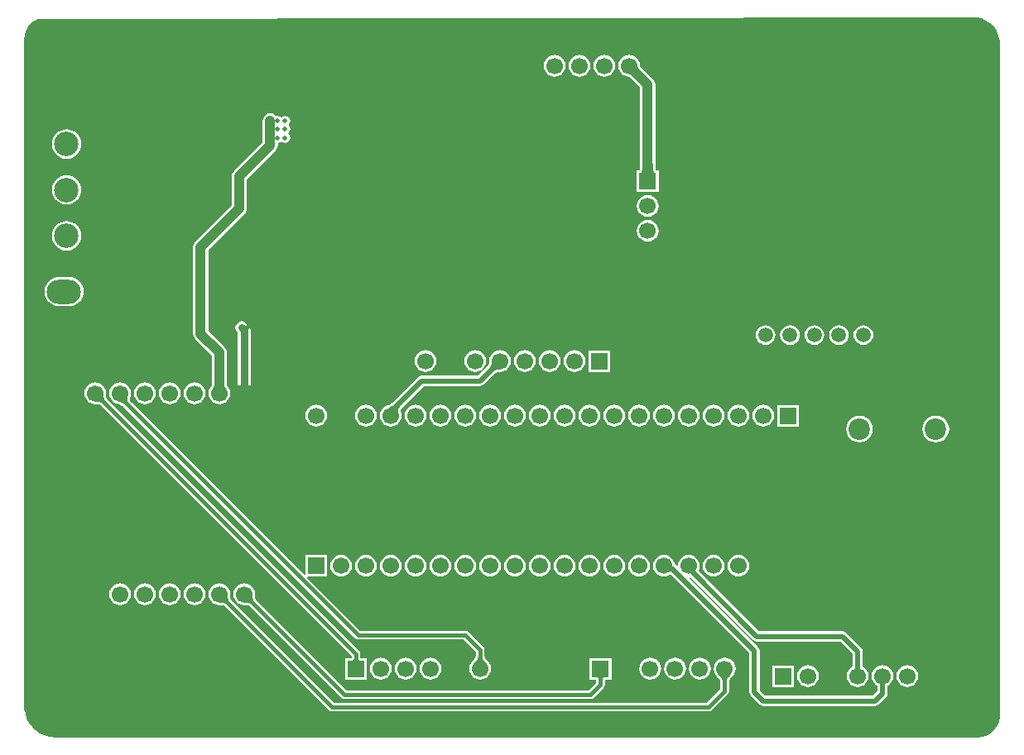
<source format=gbl>
G04*
G04 #@! TF.GenerationSoftware,Altium Limited,Altium Designer,21.7.2 (23)*
G04*
G04 Layer_Physical_Order=2*
G04 Layer_Color=16711680*
%FSLAX25Y25*%
%MOIN*%
G70*
G04*
G04 #@! TF.SameCoordinates,8516E6F5-4896-463E-9EC1-BE868EEF7334*
G04*
G04*
G04 #@! TF.FilePolarity,Positive*
G04*
G01*
G75*
%ADD11C,0.01000*%
%ADD60C,0.03000*%
%ADD61C,0.01500*%
%ADD62C,0.02000*%
%ADD64C,0.04000*%
%ADD75C,0.05906*%
%ADD76R,0.05906X0.05906*%
%ADD77R,0.06693X0.06693*%
%ADD78C,0.06693*%
%ADD79R,0.06693X0.06693*%
%ADD80C,0.09843*%
%ADD81O,0.13780X0.09843*%
%ADD82C,0.08661*%
%ADD83C,0.19685*%
%ADD84C,0.01968*%
%ADD85C,0.02400*%
G36*
X580505Y500501D02*
X582475Y500109D01*
X584332Y499341D01*
X586002Y498224D01*
X587423Y496804D01*
X588540Y495133D01*
X589308Y493276D01*
X589700Y491306D01*
Y490301D01*
Y219207D01*
X589701Y219174D01*
X589703Y219110D01*
X589704Y219046D01*
X589704Y218981D01*
Y218155D01*
X589409Y216595D01*
X588828Y215118D01*
X587982Y213774D01*
X586901Y212611D01*
X585623Y211670D01*
X584191Y210983D01*
X582657Y210575D01*
X581865Y210517D01*
X581865Y210517D01*
X581865Y210517D01*
X581392Y210453D01*
X208500Y210453D01*
X208466D01*
X208400Y210462D01*
X208334Y210479D01*
X208273Y210506D01*
X208244Y210523D01*
X207212Y210590D01*
X205205Y211080D01*
X203313Y211913D01*
X201596Y213064D01*
X200106Y214496D01*
X198889Y216166D01*
X197982Y218023D01*
X197412Y220010D01*
X197305Y221038D01*
X197237Y221067D01*
X197123Y221161D01*
X197041Y221284D01*
X196999Y221426D01*
Y221500D01*
Y492443D01*
Y492501D01*
X197025Y492614D01*
X197077Y492718D01*
X197151Y492808D01*
X197198Y492843D01*
X197198D01*
X197212Y493551D01*
X197512Y494936D01*
X198072Y496238D01*
X198873Y497407D01*
X199883Y498401D01*
X201065Y499182D01*
X202375Y499721D01*
X203765Y499999D01*
X204474Y500001D01*
X204477Y500002D01*
X204483Y500002D01*
X204490Y500002D01*
X204496Y500002D01*
X204499D01*
Y500002D01*
X579391Y500490D01*
X579404Y500492D01*
X579431Y500497D01*
X579459Y500500D01*
X579486Y500501D01*
X579500D01*
X580505Y500501D01*
D02*
G37*
%LPC*%
G36*
X430500Y485384D02*
X429365Y485235D01*
X428308Y484797D01*
X427400Y484100D01*
X426703Y483192D01*
X426265Y482135D01*
X426116Y481000D01*
X426265Y479865D01*
X426703Y478808D01*
X427400Y477900D01*
X428308Y477203D01*
X429365Y476765D01*
X430500Y476616D01*
X431635Y476765D01*
X432692Y477203D01*
X433600Y477900D01*
X434297Y478808D01*
X434735Y479865D01*
X434884Y481000D01*
X434735Y482135D01*
X434297Y483192D01*
X433600Y484100D01*
X432692Y484797D01*
X431635Y485235D01*
X430500Y485384D01*
D02*
G37*
G36*
X420500D02*
X419365Y485235D01*
X418308Y484797D01*
X417400Y484100D01*
X416703Y483192D01*
X416265Y482135D01*
X416116Y481000D01*
X416265Y479865D01*
X416703Y478808D01*
X417400Y477900D01*
X418308Y477203D01*
X419365Y476765D01*
X420500Y476616D01*
X421635Y476765D01*
X422692Y477203D01*
X423600Y477900D01*
X424297Y478808D01*
X424735Y479865D01*
X424884Y481000D01*
X424735Y482135D01*
X424297Y483192D01*
X423600Y484100D01*
X422692Y484797D01*
X421635Y485235D01*
X420500Y485384D01*
D02*
G37*
G36*
X410500D02*
X409365Y485235D01*
X408308Y484797D01*
X407400Y484100D01*
X406703Y483192D01*
X406265Y482135D01*
X406116Y481000D01*
X406265Y479865D01*
X406703Y478808D01*
X407400Y477900D01*
X408308Y477203D01*
X409365Y476765D01*
X410500Y476616D01*
X411635Y476765D01*
X412692Y477203D01*
X413600Y477900D01*
X414297Y478808D01*
X414735Y479865D01*
X414884Y481000D01*
X414735Y482135D01*
X414297Y483192D01*
X413600Y484100D01*
X412692Y484797D01*
X411635Y485235D01*
X410500Y485384D01*
D02*
G37*
G36*
X296000Y461850D02*
X295217Y461747D01*
X294487Y461445D01*
X293860Y460964D01*
X293379Y460337D01*
X293077Y459607D01*
X292974Y458824D01*
Y455500D01*
Y450253D01*
X281360Y438640D01*
X280879Y438013D01*
X280577Y437283D01*
X280474Y436500D01*
Y424753D01*
X265860Y410140D01*
X265380Y409513D01*
X265077Y408783D01*
X264974Y408000D01*
Y373000D01*
X265077Y372217D01*
X265380Y371487D01*
X265860Y370860D01*
X272474Y364247D01*
Y353267D01*
X272452Y352733D01*
X272404Y352274D01*
X272378Y352130D01*
X272358Y352045D01*
X271703Y351192D01*
X271265Y350135D01*
X271116Y349000D01*
X271265Y347865D01*
X271703Y346808D01*
X272400Y345900D01*
X273308Y345203D01*
X274365Y344765D01*
X275500Y344616D01*
X276635Y344765D01*
X277692Y345203D01*
X278600Y345900D01*
X279297Y346808D01*
X279735Y347865D01*
X279884Y349000D01*
X279735Y350135D01*
X279297Y351192D01*
X278642Y352045D01*
X278622Y352130D01*
X278599Y352257D01*
X278526Y353308D01*
Y365500D01*
X278526Y365500D01*
X278423Y366283D01*
X278120Y367013D01*
X277640Y367640D01*
X277640Y367640D01*
X271026Y374253D01*
Y406747D01*
X285640Y421360D01*
X286121Y421987D01*
X286423Y422717D01*
X286526Y423500D01*
Y435247D01*
X298140Y446860D01*
X298621Y447487D01*
X298923Y448217D01*
X299026Y449000D01*
Y449982D01*
X299774Y450131D01*
X300111Y450356D01*
X300500Y450537D01*
X300889Y450356D01*
X301226Y450131D01*
X302000Y449977D01*
X302774Y450131D01*
X303431Y450569D01*
X303869Y451226D01*
X304023Y452000D01*
X303869Y452774D01*
X303431Y453431D01*
X303327Y453500D01*
Y454000D01*
X303431Y454069D01*
X303869Y454726D01*
X304023Y455500D01*
X303869Y456274D01*
X303431Y456931D01*
Y457394D01*
X303869Y458050D01*
X304023Y458824D01*
X303869Y459598D01*
X303431Y460255D01*
X302774Y460693D01*
X302000Y460847D01*
X301226Y460693D01*
X300889Y460468D01*
X300500Y460287D01*
X300111Y460468D01*
X299774Y460693D01*
X299000Y460847D01*
X298331Y460714D01*
X298140Y460964D01*
X297513Y461445D01*
X296783Y461747D01*
X296000Y461850D01*
D02*
G37*
G36*
X214000Y455454D02*
X212839Y455339D01*
X211723Y455001D01*
X210694Y454451D01*
X209793Y453711D01*
X209053Y452810D01*
X208503Y451781D01*
X208164Y450665D01*
X208050Y449504D01*
X208164Y448343D01*
X208503Y447227D01*
X209053Y446198D01*
X209793Y445297D01*
X210694Y444557D01*
X211723Y444007D01*
X212839Y443668D01*
X214000Y443554D01*
X215161Y443668D01*
X216277Y444007D01*
X217306Y444557D01*
X218207Y445297D01*
X218947Y446198D01*
X219497Y447227D01*
X219836Y448343D01*
X219950Y449504D01*
X219836Y450665D01*
X219497Y451781D01*
X218947Y452810D01*
X218207Y453711D01*
X217306Y454451D01*
X216277Y455001D01*
X215161Y455339D01*
X214000Y455454D01*
D02*
G37*
G36*
X440500Y485384D02*
X439365Y485235D01*
X438308Y484797D01*
X437400Y484100D01*
X436703Y483192D01*
X436265Y482135D01*
X436116Y481000D01*
X436265Y479865D01*
X436703Y478808D01*
X437400Y477900D01*
X438308Y477203D01*
X439365Y476765D01*
X440431Y476625D01*
X440506Y476580D01*
X440612Y476506D01*
X441407Y475814D01*
X444974Y472247D01*
Y441683D01*
X444929Y440470D01*
X444870Y439941D01*
X444791Y439499D01*
X444699Y439162D01*
X444608Y438939D01*
X444552Y438849D01*
X444537Y438846D01*
X443653D01*
Y437873D01*
X443646Y437835D01*
X443653Y437796D01*
Y430154D01*
X452347D01*
Y437796D01*
X452354Y437835D01*
X452347Y437873D01*
Y438846D01*
X451463D01*
X451448Y438849D01*
X451392Y438939D01*
X451301Y439162D01*
X451209Y439499D01*
X451132Y439927D01*
X451032Y441126D01*
X451026Y441484D01*
Y473500D01*
X451026Y473500D01*
X450923Y474283D01*
X450621Y475013D01*
X450140Y475640D01*
X445656Y480123D01*
X445295Y480516D01*
X445005Y480874D01*
X444920Y480994D01*
X444875Y481069D01*
X444735Y482135D01*
X444297Y483192D01*
X443600Y484100D01*
X442692Y484797D01*
X441635Y485235D01*
X440500Y485384D01*
D02*
G37*
G36*
X214000Y436950D02*
X212839Y436836D01*
X211723Y436497D01*
X210694Y435947D01*
X209793Y435207D01*
X209053Y434306D01*
X208503Y433277D01*
X208164Y432161D01*
X208050Y431000D01*
X208164Y429839D01*
X208503Y428723D01*
X209053Y427694D01*
X209793Y426793D01*
X210694Y426053D01*
X211723Y425503D01*
X212839Y425164D01*
X214000Y425050D01*
X215161Y425164D01*
X216277Y425503D01*
X217306Y426053D01*
X218207Y426793D01*
X218947Y427694D01*
X219497Y428723D01*
X219836Y429839D01*
X219950Y431000D01*
X219836Y432161D01*
X219497Y433277D01*
X218947Y434306D01*
X218207Y435207D01*
X217306Y435947D01*
X216277Y436497D01*
X215161Y436836D01*
X214000Y436950D01*
D02*
G37*
G36*
X448000Y428884D02*
X446865Y428735D01*
X445808Y428297D01*
X444900Y427600D01*
X444203Y426692D01*
X443765Y425635D01*
X443616Y424500D01*
X443765Y423365D01*
X444203Y422308D01*
X444900Y421400D01*
X445808Y420703D01*
X446865Y420265D01*
X448000Y420116D01*
X449135Y420265D01*
X450192Y420703D01*
X451100Y421400D01*
X451797Y422308D01*
X452235Y423365D01*
X452384Y424500D01*
X452235Y425635D01*
X451797Y426692D01*
X451100Y427600D01*
X450192Y428297D01*
X449135Y428735D01*
X448000Y428884D01*
D02*
G37*
G36*
Y418884D02*
X446865Y418735D01*
X445808Y418297D01*
X444900Y417600D01*
X444203Y416692D01*
X443765Y415635D01*
X443616Y414500D01*
X443765Y413365D01*
X444203Y412308D01*
X444900Y411400D01*
X445808Y410703D01*
X446865Y410265D01*
X448000Y410116D01*
X449135Y410265D01*
X450192Y410703D01*
X451100Y411400D01*
X451797Y412308D01*
X452235Y413365D01*
X452384Y414500D01*
X452235Y415635D01*
X451797Y416692D01*
X451100Y417600D01*
X450192Y418297D01*
X449135Y418735D01*
X448000Y418884D01*
D02*
G37*
G36*
X214000Y418446D02*
X212839Y418332D01*
X211723Y417993D01*
X210694Y417443D01*
X209793Y416703D01*
X209053Y415802D01*
X208503Y414773D01*
X208164Y413657D01*
X208050Y412496D01*
X208164Y411335D01*
X208503Y410219D01*
X209053Y409190D01*
X209793Y408289D01*
X210694Y407549D01*
X211723Y406999D01*
X212839Y406660D01*
X214000Y406546D01*
X215161Y406660D01*
X216277Y406999D01*
X217306Y407549D01*
X218207Y408289D01*
X218947Y409190D01*
X219497Y410219D01*
X219836Y411335D01*
X219950Y412496D01*
X219836Y413657D01*
X219497Y414773D01*
X218947Y415802D01*
X218207Y416703D01*
X217306Y417443D01*
X216277Y417993D01*
X215161Y418332D01*
X214000Y418446D01*
D02*
G37*
G36*
X214968Y395950D02*
X211032D01*
X209871Y395836D01*
X208755Y395497D01*
X207726Y394947D01*
X206824Y394207D01*
X206084Y393306D01*
X205535Y392277D01*
X205196Y391161D01*
X205082Y390000D01*
X205196Y388839D01*
X205535Y387723D01*
X206084Y386694D01*
X206824Y385793D01*
X207726Y385053D01*
X208755Y384503D01*
X209871Y384164D01*
X211032Y384050D01*
X214968D01*
X216129Y384164D01*
X217245Y384503D01*
X218274Y385053D01*
X219176Y385793D01*
X219916Y386694D01*
X220465Y387723D01*
X220804Y388839D01*
X220918Y390000D01*
X220804Y391161D01*
X220465Y392277D01*
X219916Y393306D01*
X219176Y394207D01*
X218274Y394947D01*
X217245Y395497D01*
X216129Y395836D01*
X214968Y395950D01*
D02*
G37*
G36*
X534842Y376487D02*
X533811Y376351D01*
X532849Y375953D01*
X532023Y375319D01*
X531390Y374493D01*
X530992Y373532D01*
X530856Y372500D01*
X530992Y371468D01*
X531390Y370507D01*
X532023Y369681D01*
X532849Y369047D01*
X533811Y368649D01*
X534842Y368513D01*
X535874Y368649D01*
X536836Y369047D01*
X537662Y369681D01*
X538295Y370507D01*
X538694Y371468D01*
X538829Y372500D01*
X538694Y373532D01*
X538295Y374493D01*
X537662Y375319D01*
X536836Y375953D01*
X535874Y376351D01*
X534842Y376487D01*
D02*
G37*
G36*
X525000D02*
X523968Y376351D01*
X523007Y375953D01*
X522181Y375319D01*
X521547Y374493D01*
X521149Y373532D01*
X521013Y372500D01*
X521149Y371468D01*
X521547Y370507D01*
X522181Y369681D01*
X523007Y369047D01*
X523968Y368649D01*
X525000Y368513D01*
X526032Y368649D01*
X526993Y369047D01*
X527819Y369681D01*
X528453Y370507D01*
X528851Y371468D01*
X528987Y372500D01*
X528851Y373532D01*
X528453Y374493D01*
X527819Y375319D01*
X526993Y375953D01*
X526032Y376351D01*
X525000Y376487D01*
D02*
G37*
G36*
X515158D02*
X514126Y376351D01*
X513164Y375953D01*
X512338Y375319D01*
X511705Y374493D01*
X511306Y373532D01*
X511171Y372500D01*
X511306Y371468D01*
X511705Y370507D01*
X512338Y369681D01*
X513164Y369047D01*
X514126Y368649D01*
X515158Y368513D01*
X516189Y368649D01*
X517151Y369047D01*
X517977Y369681D01*
X518610Y370507D01*
X519008Y371468D01*
X519144Y372500D01*
X519008Y373532D01*
X518610Y374493D01*
X517977Y375319D01*
X517151Y375953D01*
X516189Y376351D01*
X515158Y376487D01*
D02*
G37*
G36*
X495472D02*
X494441Y376351D01*
X493479Y375953D01*
X492653Y375319D01*
X492020Y374493D01*
X491621Y373532D01*
X491486Y372500D01*
X491621Y371468D01*
X492020Y370507D01*
X492653Y369681D01*
X493479Y369047D01*
X494441Y368649D01*
X495472Y368513D01*
X496504Y368649D01*
X497466Y369047D01*
X498292Y369681D01*
X498925Y370507D01*
X499323Y371468D01*
X499459Y372500D01*
X499323Y373532D01*
X498925Y374493D01*
X498292Y375319D01*
X497466Y375953D01*
X496504Y376351D01*
X495472Y376487D01*
D02*
G37*
G36*
X505315Y376487D02*
X504283Y376351D01*
X503322Y375953D01*
X502496Y375319D01*
X501862Y374493D01*
X501464Y373532D01*
X501328Y372500D01*
X501464Y371468D01*
X501862Y370507D01*
X502496Y369681D01*
X503322Y369047D01*
X504283Y368649D01*
X505315Y368513D01*
X506347Y368649D01*
X507308Y369047D01*
X508134Y369681D01*
X508768Y370507D01*
X509166Y371468D01*
X509302Y372500D01*
X509166Y373532D01*
X508768Y374493D01*
X508134Y375319D01*
X507308Y375953D01*
X506347Y376351D01*
X505315Y376487D01*
D02*
G37*
G36*
X432846Y366347D02*
X424154D01*
Y357653D01*
X432846D01*
Y366347D01*
D02*
G37*
G36*
X418500Y366384D02*
X417365Y366235D01*
X416308Y365797D01*
X415400Y365100D01*
X414703Y364192D01*
X414265Y363135D01*
X414116Y362000D01*
X414265Y360865D01*
X414703Y359808D01*
X415400Y358900D01*
X416308Y358203D01*
X417365Y357765D01*
X418500Y357616D01*
X419635Y357765D01*
X420692Y358203D01*
X421600Y358900D01*
X422297Y359808D01*
X422735Y360865D01*
X422884Y362000D01*
X422735Y363135D01*
X422297Y364192D01*
X421600Y365100D01*
X420692Y365797D01*
X419635Y366235D01*
X418500Y366384D01*
D02*
G37*
G36*
X408500D02*
X407365Y366235D01*
X406308Y365797D01*
X405400Y365100D01*
X404703Y364192D01*
X404265Y363135D01*
X404116Y362000D01*
X404265Y360865D01*
X404703Y359808D01*
X405400Y358900D01*
X406308Y358203D01*
X407365Y357765D01*
X408500Y357616D01*
X409635Y357765D01*
X410692Y358203D01*
X411600Y358900D01*
X412297Y359808D01*
X412735Y360865D01*
X412884Y362000D01*
X412735Y363135D01*
X412297Y364192D01*
X411600Y365100D01*
X410692Y365797D01*
X409635Y366235D01*
X408500Y366384D01*
D02*
G37*
G36*
X398500D02*
X397365Y366235D01*
X396308Y365797D01*
X395400Y365100D01*
X394703Y364192D01*
X394265Y363135D01*
X394116Y362000D01*
X394265Y360865D01*
X394703Y359808D01*
X395400Y358900D01*
X396308Y358203D01*
X397365Y357765D01*
X398500Y357616D01*
X399635Y357765D01*
X400692Y358203D01*
X401600Y358900D01*
X402297Y359808D01*
X402735Y360865D01*
X402884Y362000D01*
X402735Y363135D01*
X402297Y364192D01*
X401600Y365100D01*
X400692Y365797D01*
X399635Y366235D01*
X398500Y366384D01*
D02*
G37*
G36*
X388500D02*
X387365Y366235D01*
X386308Y365797D01*
X385400Y365100D01*
X384703Y364192D01*
X384265Y363135D01*
X384116Y362000D01*
X384132Y361877D01*
X384128Y361650D01*
X384105Y361364D01*
X384065Y361100D01*
X384011Y360857D01*
X383942Y360633D01*
X383859Y360428D01*
X383764Y360239D01*
X383655Y360064D01*
X383573Y359957D01*
X379655Y356039D01*
X357000D01*
X356220Y355884D01*
X355558Y355442D01*
X345362Y345246D01*
X345290Y345187D01*
X345111Y345057D01*
X344645Y344773D01*
X344418Y344656D01*
X343484Y344266D01*
X343410Y344240D01*
X343365Y344235D01*
X343240Y344183D01*
X343143Y344150D01*
X343099Y344124D01*
X342308Y343797D01*
X341400Y343100D01*
X340703Y342192D01*
X340265Y341135D01*
X340116Y340000D01*
X340265Y338865D01*
X340703Y337808D01*
X341400Y336900D01*
X342308Y336203D01*
X343365Y335765D01*
X344500Y335616D01*
X345635Y335765D01*
X346692Y336203D01*
X347600Y336900D01*
X348297Y337808D01*
X348735Y338865D01*
X348884Y340000D01*
X348735Y341135D01*
X348643Y341356D01*
X348640Y341383D01*
X348561Y341652D01*
X348520Y341858D01*
X348504Y342044D01*
X348508Y342212D01*
X348531Y342366D01*
X348571Y342512D01*
X348631Y342656D01*
X348714Y342802D01*
X348793Y342909D01*
X357845Y351961D01*
X380500D01*
X381280Y352116D01*
X381942Y352558D01*
X386457Y357073D01*
X386564Y357155D01*
X386739Y357263D01*
X386928Y357359D01*
X387133Y357442D01*
X387357Y357510D01*
X387600Y357565D01*
X387864Y357605D01*
X388150Y357628D01*
X388377Y357632D01*
X388500Y357616D01*
X389635Y357765D01*
X390692Y358203D01*
X391600Y358900D01*
X392297Y359808D01*
X392735Y360865D01*
X392884Y362000D01*
X392735Y363135D01*
X392297Y364192D01*
X391600Y365100D01*
X390692Y365797D01*
X389635Y366235D01*
X388500Y366384D01*
D02*
G37*
G36*
X378500D02*
X377365Y366235D01*
X376308Y365797D01*
X375400Y365100D01*
X374703Y364192D01*
X374265Y363135D01*
X374116Y362000D01*
X374265Y360865D01*
X374703Y359808D01*
X375400Y358900D01*
X376308Y358203D01*
X377365Y357765D01*
X378500Y357616D01*
X379635Y357765D01*
X380692Y358203D01*
X381600Y358900D01*
X382297Y359808D01*
X382734Y360865D01*
X382884Y362000D01*
X382734Y363135D01*
X382297Y364192D01*
X381600Y365100D01*
X380692Y365797D01*
X379635Y366235D01*
X378500Y366384D01*
D02*
G37*
G36*
X358500D02*
X357365Y366235D01*
X356308Y365797D01*
X355400Y365100D01*
X354703Y364192D01*
X354265Y363135D01*
X354116Y362000D01*
X354265Y360865D01*
X354703Y359808D01*
X355400Y358900D01*
X356308Y358203D01*
X357365Y357765D01*
X358500Y357616D01*
X359635Y357765D01*
X360692Y358203D01*
X361600Y358900D01*
X362297Y359808D01*
X362735Y360865D01*
X362884Y362000D01*
X362735Y363135D01*
X362297Y364192D01*
X361600Y365100D01*
X360692Y365797D01*
X359635Y366235D01*
X358500Y366384D01*
D02*
G37*
G36*
X284500Y378049D02*
X283524Y377855D01*
X282698Y377302D01*
X282145Y376476D01*
X281951Y375500D01*
X282145Y374524D01*
X282698Y373698D01*
X282956Y373439D01*
Y349005D01*
X283150Y348029D01*
X283703Y347203D01*
X284529Y346650D01*
X285505Y346456D01*
X286480Y346650D01*
X287307Y347203D01*
X287860Y348029D01*
X288054Y349005D01*
Y374495D01*
X287860Y375470D01*
X287307Y376297D01*
X286302Y377302D01*
X285475Y377855D01*
X284500Y378049D01*
D02*
G37*
G36*
X265500Y353384D02*
X264365Y353235D01*
X263308Y352797D01*
X262400Y352100D01*
X261703Y351192D01*
X261265Y350135D01*
X261116Y349000D01*
X261265Y347865D01*
X261703Y346808D01*
X262400Y345900D01*
X263308Y345203D01*
X264365Y344765D01*
X265500Y344616D01*
X266635Y344765D01*
X267692Y345203D01*
X268600Y345900D01*
X269297Y346808D01*
X269735Y347865D01*
X269884Y349000D01*
X269735Y350135D01*
X269297Y351192D01*
X268600Y352100D01*
X267692Y352797D01*
X266635Y353235D01*
X265500Y353384D01*
D02*
G37*
G36*
X255500D02*
X254365Y353235D01*
X253308Y352797D01*
X252400Y352100D01*
X251703Y351192D01*
X251265Y350135D01*
X251116Y349000D01*
X251265Y347865D01*
X251703Y346808D01*
X252400Y345900D01*
X253308Y345203D01*
X254365Y344765D01*
X255500Y344616D01*
X256635Y344765D01*
X257692Y345203D01*
X258600Y345900D01*
X259297Y346808D01*
X259735Y347865D01*
X259884Y349000D01*
X259735Y350135D01*
X259297Y351192D01*
X258600Y352100D01*
X257692Y352797D01*
X256635Y353235D01*
X255500Y353384D01*
D02*
G37*
G36*
X245500D02*
X244365Y353235D01*
X243308Y352797D01*
X242400Y352100D01*
X241703Y351192D01*
X241265Y350135D01*
X241116Y349000D01*
X241265Y347865D01*
X241703Y346808D01*
X242400Y345900D01*
X243308Y345203D01*
X244365Y344765D01*
X245500Y344616D01*
X246635Y344765D01*
X247692Y345203D01*
X248600Y345900D01*
X249297Y346808D01*
X249735Y347865D01*
X249884Y349000D01*
X249735Y350135D01*
X249297Y351192D01*
X248600Y352100D01*
X247692Y352797D01*
X246635Y353235D01*
X245500Y353384D01*
D02*
G37*
G36*
X508846Y344346D02*
X500153D01*
Y335653D01*
X508846D01*
Y344346D01*
D02*
G37*
G36*
X314500Y344384D02*
X313365Y344235D01*
X312308Y343797D01*
X311400Y343100D01*
X310703Y342192D01*
X310265Y341135D01*
X310116Y340000D01*
X310265Y338865D01*
X310703Y337808D01*
X311400Y336900D01*
X312308Y336203D01*
X313365Y335765D01*
X314500Y335616D01*
X315635Y335765D01*
X316692Y336203D01*
X317600Y336900D01*
X318297Y337808D01*
X318735Y338865D01*
X318884Y340000D01*
X318735Y341135D01*
X318297Y342192D01*
X317600Y343100D01*
X316692Y343797D01*
X315635Y344235D01*
X314500Y344384D01*
D02*
G37*
G36*
X494500Y344384D02*
X493365Y344235D01*
X492308Y343797D01*
X491400Y343100D01*
X490703Y342192D01*
X490265Y341135D01*
X490116Y340000D01*
X490265Y338865D01*
X490703Y337808D01*
X491400Y336900D01*
X492308Y336203D01*
X493365Y335765D01*
X494500Y335616D01*
X495635Y335765D01*
X496692Y336203D01*
X497600Y336900D01*
X498297Y337808D01*
X498735Y338865D01*
X498884Y340000D01*
X498735Y341135D01*
X498297Y342192D01*
X497600Y343100D01*
X496692Y343797D01*
X495635Y344235D01*
X494500Y344384D01*
D02*
G37*
G36*
X484500D02*
X483365Y344235D01*
X482308Y343797D01*
X481400Y343100D01*
X480703Y342192D01*
X480265Y341135D01*
X480116Y340000D01*
X480265Y338865D01*
X480703Y337808D01*
X481400Y336900D01*
X482308Y336203D01*
X483365Y335765D01*
X484500Y335616D01*
X485635Y335765D01*
X486692Y336203D01*
X487600Y336900D01*
X488297Y337808D01*
X488735Y338865D01*
X488884Y340000D01*
X488735Y341135D01*
X488297Y342192D01*
X487600Y343100D01*
X486692Y343797D01*
X485635Y344235D01*
X484500Y344384D01*
D02*
G37*
G36*
X474500D02*
X473365Y344235D01*
X472308Y343797D01*
X471400Y343100D01*
X470703Y342192D01*
X470265Y341135D01*
X470116Y340000D01*
X470265Y338865D01*
X470703Y337808D01*
X471400Y336900D01*
X472308Y336203D01*
X473365Y335765D01*
X474500Y335616D01*
X475635Y335765D01*
X476692Y336203D01*
X477600Y336900D01*
X478297Y337808D01*
X478735Y338865D01*
X478884Y340000D01*
X478735Y341135D01*
X478297Y342192D01*
X477600Y343100D01*
X476692Y343797D01*
X475635Y344235D01*
X474500Y344384D01*
D02*
G37*
G36*
X464500D02*
X463365Y344235D01*
X462308Y343797D01*
X461400Y343100D01*
X460703Y342192D01*
X460265Y341135D01*
X460116Y340000D01*
X460265Y338865D01*
X460703Y337808D01*
X461400Y336900D01*
X462308Y336203D01*
X463365Y335765D01*
X464500Y335616D01*
X465635Y335765D01*
X466692Y336203D01*
X467600Y336900D01*
X468297Y337808D01*
X468735Y338865D01*
X468884Y340000D01*
X468735Y341135D01*
X468297Y342192D01*
X467600Y343100D01*
X466692Y343797D01*
X465635Y344235D01*
X464500Y344384D01*
D02*
G37*
G36*
X454500D02*
X453365Y344235D01*
X452308Y343797D01*
X451400Y343100D01*
X450703Y342192D01*
X450265Y341135D01*
X450116Y340000D01*
X450265Y338865D01*
X450703Y337808D01*
X451400Y336900D01*
X452308Y336203D01*
X453365Y335765D01*
X454500Y335616D01*
X455635Y335765D01*
X456692Y336203D01*
X457600Y336900D01*
X458297Y337808D01*
X458735Y338865D01*
X458884Y340000D01*
X458735Y341135D01*
X458297Y342192D01*
X457600Y343100D01*
X456692Y343797D01*
X455635Y344235D01*
X454500Y344384D01*
D02*
G37*
G36*
X444500D02*
X443365Y344235D01*
X442308Y343797D01*
X441400Y343100D01*
X440703Y342192D01*
X440265Y341135D01*
X440116Y340000D01*
X440265Y338865D01*
X440703Y337808D01*
X441400Y336900D01*
X442308Y336203D01*
X443365Y335765D01*
X444500Y335616D01*
X445635Y335765D01*
X446692Y336203D01*
X447600Y336900D01*
X448297Y337808D01*
X448735Y338865D01*
X448884Y340000D01*
X448735Y341135D01*
X448297Y342192D01*
X447600Y343100D01*
X446692Y343797D01*
X445635Y344235D01*
X444500Y344384D01*
D02*
G37*
G36*
X434500D02*
X433365Y344235D01*
X432308Y343797D01*
X431400Y343100D01*
X430703Y342192D01*
X430265Y341135D01*
X430116Y340000D01*
X430265Y338865D01*
X430703Y337808D01*
X431400Y336900D01*
X432308Y336203D01*
X433365Y335765D01*
X434500Y335616D01*
X435635Y335765D01*
X436692Y336203D01*
X437600Y336900D01*
X438297Y337808D01*
X438735Y338865D01*
X438884Y340000D01*
X438735Y341135D01*
X438297Y342192D01*
X437600Y343100D01*
X436692Y343797D01*
X435635Y344235D01*
X434500Y344384D01*
D02*
G37*
G36*
X424500D02*
X423365Y344235D01*
X422308Y343797D01*
X421400Y343100D01*
X420703Y342192D01*
X420265Y341135D01*
X420116Y340000D01*
X420265Y338865D01*
X420703Y337808D01*
X421400Y336900D01*
X422308Y336203D01*
X423365Y335765D01*
X424500Y335616D01*
X425635Y335765D01*
X426692Y336203D01*
X427600Y336900D01*
X428297Y337808D01*
X428735Y338865D01*
X428884Y340000D01*
X428735Y341135D01*
X428297Y342192D01*
X427600Y343100D01*
X426692Y343797D01*
X425635Y344235D01*
X424500Y344384D01*
D02*
G37*
G36*
X414500D02*
X413365Y344235D01*
X412308Y343797D01*
X411400Y343100D01*
X410703Y342192D01*
X410265Y341135D01*
X410116Y340000D01*
X410265Y338865D01*
X410703Y337808D01*
X411400Y336900D01*
X412308Y336203D01*
X413365Y335765D01*
X414500Y335616D01*
X415635Y335765D01*
X416692Y336203D01*
X417600Y336900D01*
X418297Y337808D01*
X418735Y338865D01*
X418884Y340000D01*
X418735Y341135D01*
X418297Y342192D01*
X417600Y343100D01*
X416692Y343797D01*
X415635Y344235D01*
X414500Y344384D01*
D02*
G37*
G36*
X404500D02*
X403365Y344235D01*
X402308Y343797D01*
X401400Y343100D01*
X400703Y342192D01*
X400265Y341135D01*
X400116Y340000D01*
X400265Y338865D01*
X400703Y337808D01*
X401400Y336900D01*
X402308Y336203D01*
X403365Y335765D01*
X404500Y335616D01*
X405635Y335765D01*
X406692Y336203D01*
X407600Y336900D01*
X408297Y337808D01*
X408735Y338865D01*
X408884Y340000D01*
X408735Y341135D01*
X408297Y342192D01*
X407600Y343100D01*
X406692Y343797D01*
X405635Y344235D01*
X404500Y344384D01*
D02*
G37*
G36*
X394500D02*
X393365Y344235D01*
X392308Y343797D01*
X391400Y343100D01*
X390703Y342192D01*
X390265Y341135D01*
X390116Y340000D01*
X390265Y338865D01*
X390703Y337808D01*
X391400Y336900D01*
X392308Y336203D01*
X393365Y335765D01*
X394500Y335616D01*
X395635Y335765D01*
X396692Y336203D01*
X397600Y336900D01*
X398297Y337808D01*
X398735Y338865D01*
X398884Y340000D01*
X398735Y341135D01*
X398297Y342192D01*
X397600Y343100D01*
X396692Y343797D01*
X395635Y344235D01*
X394500Y344384D01*
D02*
G37*
G36*
X384500D02*
X383365Y344235D01*
X382308Y343797D01*
X381400Y343100D01*
X380703Y342192D01*
X380265Y341135D01*
X380116Y340000D01*
X380265Y338865D01*
X380703Y337808D01*
X381400Y336900D01*
X382308Y336203D01*
X383365Y335765D01*
X384500Y335616D01*
X385635Y335765D01*
X386692Y336203D01*
X387600Y336900D01*
X388297Y337808D01*
X388735Y338865D01*
X388884Y340000D01*
X388735Y341135D01*
X388297Y342192D01*
X387600Y343100D01*
X386692Y343797D01*
X385635Y344235D01*
X384500Y344384D01*
D02*
G37*
G36*
X374500D02*
X373365Y344235D01*
X372308Y343797D01*
X371400Y343100D01*
X370703Y342192D01*
X370265Y341135D01*
X370116Y340000D01*
X370265Y338865D01*
X370703Y337808D01*
X371400Y336900D01*
X372308Y336203D01*
X373365Y335765D01*
X374500Y335616D01*
X375635Y335765D01*
X376692Y336203D01*
X377600Y336900D01*
X378297Y337808D01*
X378735Y338865D01*
X378884Y340000D01*
X378735Y341135D01*
X378297Y342192D01*
X377600Y343100D01*
X376692Y343797D01*
X375635Y344235D01*
X374500Y344384D01*
D02*
G37*
G36*
X364500D02*
X363365Y344235D01*
X362308Y343797D01*
X361400Y343100D01*
X360703Y342192D01*
X360265Y341135D01*
X360116Y340000D01*
X360265Y338865D01*
X360703Y337808D01*
X361400Y336900D01*
X362308Y336203D01*
X363365Y335765D01*
X364500Y335616D01*
X365635Y335765D01*
X366692Y336203D01*
X367600Y336900D01*
X368297Y337808D01*
X368735Y338865D01*
X368884Y340000D01*
X368735Y341135D01*
X368297Y342192D01*
X367600Y343100D01*
X366692Y343797D01*
X365635Y344235D01*
X364500Y344384D01*
D02*
G37*
G36*
X354500D02*
X353365Y344235D01*
X352308Y343797D01*
X351400Y343100D01*
X350703Y342192D01*
X350265Y341135D01*
X350116Y340000D01*
X350265Y338865D01*
X350703Y337808D01*
X351400Y336900D01*
X352308Y336203D01*
X353365Y335765D01*
X354500Y335616D01*
X355635Y335765D01*
X356692Y336203D01*
X357600Y336900D01*
X358297Y337808D01*
X358735Y338865D01*
X358884Y340000D01*
X358735Y341135D01*
X358297Y342192D01*
X357600Y343100D01*
X356692Y343797D01*
X355635Y344235D01*
X354500Y344384D01*
D02*
G37*
G36*
X334500D02*
X333365Y344235D01*
X332308Y343797D01*
X331400Y343100D01*
X330703Y342192D01*
X330265Y341135D01*
X330116Y340000D01*
X330265Y338865D01*
X330703Y337808D01*
X331400Y336900D01*
X332308Y336203D01*
X333365Y335765D01*
X334500Y335616D01*
X335635Y335765D01*
X336692Y336203D01*
X337600Y336900D01*
X338297Y337808D01*
X338735Y338865D01*
X338884Y340000D01*
X338735Y341135D01*
X338297Y342192D01*
X337600Y343100D01*
X336692Y343797D01*
X335635Y344235D01*
X334500Y344384D01*
D02*
G37*
G36*
X564000Y339977D02*
X562608Y339793D01*
X561312Y339256D01*
X560198Y338402D01*
X559344Y337288D01*
X558807Y335992D01*
X558623Y334600D01*
X558807Y333208D01*
X559344Y331912D01*
X560198Y330798D01*
X561312Y329944D01*
X562608Y329406D01*
X564000Y329223D01*
X565392Y329406D01*
X566688Y329944D01*
X567802Y330798D01*
X568656Y331912D01*
X569194Y333208D01*
X569377Y334600D01*
X569194Y335992D01*
X568656Y337288D01*
X567802Y338402D01*
X566688Y339256D01*
X565392Y339793D01*
X564000Y339977D01*
D02*
G37*
G36*
X533291D02*
X531900Y339793D01*
X530603Y339256D01*
X529490Y338402D01*
X528635Y337288D01*
X528098Y335992D01*
X527915Y334600D01*
X528098Y333208D01*
X528635Y331912D01*
X529490Y330798D01*
X530603Y329944D01*
X531900Y329406D01*
X533291Y329223D01*
X534683Y329406D01*
X535980Y329944D01*
X537093Y330798D01*
X537948Y331912D01*
X538485Y333208D01*
X538668Y334600D01*
X538485Y335992D01*
X537948Y337288D01*
X537093Y338402D01*
X535980Y339256D01*
X534683Y339793D01*
X533291Y339977D01*
D02*
G37*
G36*
X484500Y283884D02*
X483365Y283735D01*
X482308Y283297D01*
X481400Y282600D01*
X480703Y281692D01*
X480265Y280635D01*
X480116Y279500D01*
X480265Y278365D01*
X480703Y277308D01*
X481400Y276400D01*
X482308Y275703D01*
X483365Y275265D01*
X484500Y275116D01*
X485635Y275265D01*
X486692Y275703D01*
X487600Y276400D01*
X488297Y277308D01*
X488735Y278365D01*
X488884Y279500D01*
X488735Y280635D01*
X488297Y281692D01*
X487600Y282600D01*
X486692Y283297D01*
X485635Y283735D01*
X484500Y283884D01*
D02*
G37*
G36*
X474500D02*
X473365Y283735D01*
X472308Y283297D01*
X471400Y282600D01*
X470703Y281692D01*
X470265Y280635D01*
X470116Y279500D01*
X470265Y278365D01*
X470703Y277308D01*
X471400Y276400D01*
X472308Y275703D01*
X473365Y275265D01*
X474500Y275116D01*
X475635Y275265D01*
X476692Y275703D01*
X477600Y276400D01*
X478297Y277308D01*
X478735Y278365D01*
X478884Y279500D01*
X478735Y280635D01*
X478297Y281692D01*
X477600Y282600D01*
X476692Y283297D01*
X475635Y283735D01*
X474500Y283884D01*
D02*
G37*
G36*
X444500D02*
X443365Y283735D01*
X442308Y283297D01*
X441400Y282600D01*
X440703Y281692D01*
X440265Y280635D01*
X440116Y279500D01*
X440265Y278365D01*
X440703Y277308D01*
X441400Y276400D01*
X442308Y275703D01*
X443365Y275265D01*
X444500Y275116D01*
X445635Y275265D01*
X446692Y275703D01*
X447600Y276400D01*
X448297Y277308D01*
X448735Y278365D01*
X448884Y279500D01*
X448735Y280635D01*
X448297Y281692D01*
X447600Y282600D01*
X446692Y283297D01*
X445635Y283735D01*
X444500Y283884D01*
D02*
G37*
G36*
X434500D02*
X433365Y283735D01*
X432308Y283297D01*
X431400Y282600D01*
X430703Y281692D01*
X430265Y280635D01*
X430116Y279500D01*
X430265Y278365D01*
X430703Y277308D01*
X431400Y276400D01*
X432308Y275703D01*
X433365Y275265D01*
X434500Y275116D01*
X435635Y275265D01*
X436692Y275703D01*
X437600Y276400D01*
X438297Y277308D01*
X438735Y278365D01*
X438884Y279500D01*
X438735Y280635D01*
X438297Y281692D01*
X437600Y282600D01*
X436692Y283297D01*
X435635Y283735D01*
X434500Y283884D01*
D02*
G37*
G36*
X424500D02*
X423365Y283735D01*
X422308Y283297D01*
X421400Y282600D01*
X420703Y281692D01*
X420265Y280635D01*
X420116Y279500D01*
X420265Y278365D01*
X420703Y277308D01*
X421400Y276400D01*
X422308Y275703D01*
X423365Y275265D01*
X424500Y275116D01*
X425635Y275265D01*
X426692Y275703D01*
X427600Y276400D01*
X428297Y277308D01*
X428735Y278365D01*
X428884Y279500D01*
X428735Y280635D01*
X428297Y281692D01*
X427600Y282600D01*
X426692Y283297D01*
X425635Y283735D01*
X424500Y283884D01*
D02*
G37*
G36*
X414500D02*
X413365Y283735D01*
X412308Y283297D01*
X411400Y282600D01*
X410703Y281692D01*
X410265Y280635D01*
X410116Y279500D01*
X410265Y278365D01*
X410703Y277308D01*
X411400Y276400D01*
X412308Y275703D01*
X413365Y275265D01*
X414500Y275116D01*
X415635Y275265D01*
X416692Y275703D01*
X417600Y276400D01*
X418297Y277308D01*
X418735Y278365D01*
X418884Y279500D01*
X418735Y280635D01*
X418297Y281692D01*
X417600Y282600D01*
X416692Y283297D01*
X415635Y283735D01*
X414500Y283884D01*
D02*
G37*
G36*
X404500D02*
X403365Y283735D01*
X402308Y283297D01*
X401400Y282600D01*
X400703Y281692D01*
X400265Y280635D01*
X400116Y279500D01*
X400265Y278365D01*
X400703Y277308D01*
X401400Y276400D01*
X402308Y275703D01*
X403365Y275265D01*
X404500Y275116D01*
X405635Y275265D01*
X406692Y275703D01*
X407600Y276400D01*
X408297Y277308D01*
X408735Y278365D01*
X408884Y279500D01*
X408735Y280635D01*
X408297Y281692D01*
X407600Y282600D01*
X406692Y283297D01*
X405635Y283735D01*
X404500Y283884D01*
D02*
G37*
G36*
X394500D02*
X393365Y283735D01*
X392308Y283297D01*
X391400Y282600D01*
X390703Y281692D01*
X390265Y280635D01*
X390116Y279500D01*
X390265Y278365D01*
X390703Y277308D01*
X391400Y276400D01*
X392308Y275703D01*
X393365Y275265D01*
X394500Y275116D01*
X395635Y275265D01*
X396692Y275703D01*
X397600Y276400D01*
X398297Y277308D01*
X398735Y278365D01*
X398884Y279500D01*
X398735Y280635D01*
X398297Y281692D01*
X397600Y282600D01*
X396692Y283297D01*
X395635Y283735D01*
X394500Y283884D01*
D02*
G37*
G36*
X384500D02*
X383365Y283735D01*
X382308Y283297D01*
X381400Y282600D01*
X380703Y281692D01*
X380265Y280635D01*
X380116Y279500D01*
X380265Y278365D01*
X380703Y277308D01*
X381400Y276400D01*
X382308Y275703D01*
X383365Y275265D01*
X384500Y275116D01*
X385635Y275265D01*
X386692Y275703D01*
X387600Y276400D01*
X388297Y277308D01*
X388735Y278365D01*
X388884Y279500D01*
X388735Y280635D01*
X388297Y281692D01*
X387600Y282600D01*
X386692Y283297D01*
X385635Y283735D01*
X384500Y283884D01*
D02*
G37*
G36*
X374500D02*
X373365Y283735D01*
X372308Y283297D01*
X371400Y282600D01*
X370703Y281692D01*
X370265Y280635D01*
X370116Y279500D01*
X370265Y278365D01*
X370703Y277308D01*
X371400Y276400D01*
X372308Y275703D01*
X373365Y275265D01*
X374500Y275116D01*
X375635Y275265D01*
X376692Y275703D01*
X377600Y276400D01*
X378297Y277308D01*
X378735Y278365D01*
X378884Y279500D01*
X378735Y280635D01*
X378297Y281692D01*
X377600Y282600D01*
X376692Y283297D01*
X375635Y283735D01*
X374500Y283884D01*
D02*
G37*
G36*
X364500D02*
X363365Y283735D01*
X362308Y283297D01*
X361400Y282600D01*
X360703Y281692D01*
X360265Y280635D01*
X360116Y279500D01*
X360265Y278365D01*
X360703Y277308D01*
X361400Y276400D01*
X362308Y275703D01*
X363365Y275265D01*
X364500Y275116D01*
X365635Y275265D01*
X366692Y275703D01*
X367600Y276400D01*
X368297Y277308D01*
X368735Y278365D01*
X368884Y279500D01*
X368735Y280635D01*
X368297Y281692D01*
X367600Y282600D01*
X366692Y283297D01*
X365635Y283735D01*
X364500Y283884D01*
D02*
G37*
G36*
X354500D02*
X353365Y283735D01*
X352308Y283297D01*
X351400Y282600D01*
X350703Y281692D01*
X350265Y280635D01*
X350116Y279500D01*
X350265Y278365D01*
X350703Y277308D01*
X351400Y276400D01*
X352308Y275703D01*
X353365Y275265D01*
X354500Y275116D01*
X355635Y275265D01*
X356692Y275703D01*
X357600Y276400D01*
X358297Y277308D01*
X358735Y278365D01*
X358884Y279500D01*
X358735Y280635D01*
X358297Y281692D01*
X357600Y282600D01*
X356692Y283297D01*
X355635Y283735D01*
X354500Y283884D01*
D02*
G37*
G36*
X344500D02*
X343365Y283735D01*
X342308Y283297D01*
X341400Y282600D01*
X340703Y281692D01*
X340265Y280635D01*
X340116Y279500D01*
X340265Y278365D01*
X340703Y277308D01*
X341400Y276400D01*
X342308Y275703D01*
X343365Y275265D01*
X344500Y275116D01*
X345635Y275265D01*
X346692Y275703D01*
X347600Y276400D01*
X348297Y277308D01*
X348735Y278365D01*
X348884Y279500D01*
X348735Y280635D01*
X348297Y281692D01*
X347600Y282600D01*
X346692Y283297D01*
X345635Y283735D01*
X344500Y283884D01*
D02*
G37*
G36*
X334500D02*
X333365Y283735D01*
X332308Y283297D01*
X331400Y282600D01*
X330703Y281692D01*
X330265Y280635D01*
X330116Y279500D01*
X330265Y278365D01*
X330703Y277308D01*
X331400Y276400D01*
X332308Y275703D01*
X333365Y275265D01*
X334500Y275116D01*
X335635Y275265D01*
X336692Y275703D01*
X337600Y276400D01*
X338297Y277308D01*
X338735Y278365D01*
X338884Y279500D01*
X338735Y280635D01*
X338297Y281692D01*
X337600Y282600D01*
X336692Y283297D01*
X335635Y283735D01*
X334500Y283884D01*
D02*
G37*
G36*
X324500D02*
X323365Y283735D01*
X322308Y283297D01*
X321400Y282600D01*
X320703Y281692D01*
X320265Y280635D01*
X320116Y279500D01*
X320265Y278365D01*
X320703Y277308D01*
X321400Y276400D01*
X322308Y275703D01*
X323365Y275265D01*
X324500Y275116D01*
X325635Y275265D01*
X326692Y275703D01*
X327600Y276400D01*
X328297Y277308D01*
X328735Y278365D01*
X328884Y279500D01*
X328735Y280635D01*
X328297Y281692D01*
X327600Y282600D01*
X326692Y283297D01*
X325635Y283735D01*
X324500Y283884D01*
D02*
G37*
G36*
X265500Y272384D02*
X264365Y272235D01*
X263308Y271797D01*
X262400Y271100D01*
X261703Y270192D01*
X261265Y269135D01*
X261116Y268000D01*
X261265Y266865D01*
X261703Y265808D01*
X262400Y264900D01*
X263308Y264203D01*
X264365Y263765D01*
X265500Y263616D01*
X266635Y263765D01*
X267692Y264203D01*
X268600Y264900D01*
X269297Y265808D01*
X269735Y266865D01*
X269884Y268000D01*
X269735Y269135D01*
X269297Y270192D01*
X268600Y271100D01*
X267692Y271797D01*
X266635Y272235D01*
X265500Y272384D01*
D02*
G37*
G36*
X255500D02*
X254365Y272235D01*
X253308Y271797D01*
X252400Y271100D01*
X251703Y270192D01*
X251265Y269135D01*
X251116Y268000D01*
X251265Y266865D01*
X251703Y265808D01*
X252400Y264900D01*
X253308Y264203D01*
X254365Y263765D01*
X255500Y263616D01*
X256635Y263765D01*
X257692Y264203D01*
X258600Y264900D01*
X259297Y265808D01*
X259735Y266865D01*
X259884Y268000D01*
X259735Y269135D01*
X259297Y270192D01*
X258600Y271100D01*
X257692Y271797D01*
X256635Y272235D01*
X255500Y272384D01*
D02*
G37*
G36*
X245500D02*
X244365Y272235D01*
X243308Y271797D01*
X242400Y271100D01*
X241703Y270192D01*
X241265Y269135D01*
X241116Y268000D01*
X241265Y266865D01*
X241703Y265808D01*
X242400Y264900D01*
X243308Y264203D01*
X244365Y263765D01*
X245500Y263616D01*
X246635Y263765D01*
X247692Y264203D01*
X248600Y264900D01*
X249297Y265808D01*
X249735Y266865D01*
X249884Y268000D01*
X249735Y269135D01*
X249297Y270192D01*
X248600Y271100D01*
X247692Y271797D01*
X246635Y272235D01*
X245500Y272384D01*
D02*
G37*
G36*
X235500D02*
X234365Y272235D01*
X233308Y271797D01*
X232400Y271100D01*
X231703Y270192D01*
X231265Y269135D01*
X231116Y268000D01*
X231265Y266865D01*
X231703Y265808D01*
X232400Y264900D01*
X233308Y264203D01*
X234365Y263765D01*
X235500Y263616D01*
X236635Y263765D01*
X237692Y264203D01*
X238600Y264900D01*
X239297Y265808D01*
X239735Y266865D01*
X239884Y268000D01*
X239735Y269135D01*
X239297Y270192D01*
X238600Y271100D01*
X237692Y271797D01*
X236635Y272235D01*
X235500Y272384D01*
D02*
G37*
G36*
X225500Y353384D02*
X224365Y353235D01*
X223308Y352797D01*
X222400Y352100D01*
X221703Y351192D01*
X221265Y350135D01*
X221116Y349000D01*
X221265Y347865D01*
X221703Y346808D01*
X222400Y345900D01*
X223308Y345203D01*
X224365Y344765D01*
X225500Y344616D01*
X225628Y344633D01*
X225930Y344629D01*
X226286Y344608D01*
X226609Y344572D01*
X226899Y344521D01*
X227156Y344457D01*
X227379Y344383D01*
X227570Y344301D01*
X227730Y344212D01*
X227844Y344133D01*
X274238Y297738D01*
X274238Y297738D01*
X328716Y243261D01*
Y242510D01*
X328708Y242418D01*
X328696Y242347D01*
X326153D01*
Y233653D01*
X334846D01*
Y242347D01*
X332304D01*
X332292Y242418D01*
X332284Y242510D01*
Y244000D01*
X332149Y244683D01*
X331762Y245262D01*
X276762Y300262D01*
X276762Y300262D01*
X230367Y346656D01*
X230288Y346769D01*
X230199Y346930D01*
X230117Y347121D01*
X230043Y347344D01*
X229979Y347601D01*
X229931Y347877D01*
X229870Y348583D01*
X229867Y348872D01*
X229884Y349000D01*
X229735Y350135D01*
X229297Y351192D01*
X228600Y352100D01*
X227692Y352797D01*
X226635Y353235D01*
X225500Y353384D01*
D02*
G37*
G36*
X469000Y242384D02*
X467865Y242235D01*
X466808Y241797D01*
X465900Y241100D01*
X465203Y240192D01*
X464765Y239135D01*
X464616Y238000D01*
X464765Y236865D01*
X465203Y235808D01*
X465900Y234900D01*
X466808Y234203D01*
X467865Y233765D01*
X469000Y233616D01*
X470135Y233765D01*
X471192Y234203D01*
X472100Y234900D01*
X472797Y235808D01*
X473235Y236865D01*
X473384Y238000D01*
X473235Y239135D01*
X472797Y240192D01*
X472100Y241100D01*
X471192Y241797D01*
X470135Y242235D01*
X469000Y242384D01*
D02*
G37*
G36*
X459000D02*
X457865Y242235D01*
X456808Y241797D01*
X455900Y241100D01*
X455203Y240192D01*
X454765Y239135D01*
X454616Y238000D01*
X454765Y236865D01*
X455203Y235808D01*
X455900Y234900D01*
X456808Y234203D01*
X457865Y233765D01*
X459000Y233616D01*
X460135Y233765D01*
X461192Y234203D01*
X462100Y234900D01*
X462797Y235808D01*
X463235Y236865D01*
X463384Y238000D01*
X463235Y239135D01*
X462797Y240192D01*
X462100Y241100D01*
X461192Y241797D01*
X460135Y242235D01*
X459000Y242384D01*
D02*
G37*
G36*
X449000D02*
X447865Y242235D01*
X446808Y241797D01*
X445900Y241100D01*
X445203Y240192D01*
X444765Y239135D01*
X444616Y238000D01*
X444765Y236865D01*
X445203Y235808D01*
X445900Y234900D01*
X446808Y234203D01*
X447865Y233765D01*
X449000Y233616D01*
X450135Y233765D01*
X451192Y234203D01*
X452100Y234900D01*
X452797Y235808D01*
X453235Y236865D01*
X453384Y238000D01*
X453235Y239135D01*
X452797Y240192D01*
X452100Y241100D01*
X451192Y241797D01*
X450135Y242235D01*
X449000Y242384D01*
D02*
G37*
G36*
X235500Y353384D02*
X234365Y353235D01*
X233308Y352797D01*
X232400Y352100D01*
X231703Y351192D01*
X231265Y350135D01*
X231116Y349000D01*
X231265Y347865D01*
X231703Y346808D01*
X232400Y345900D01*
X233308Y345203D01*
X234095Y344878D01*
X234139Y344852D01*
X234247Y344814D01*
X234365Y344765D01*
X234404Y344760D01*
X235024Y344547D01*
X235740Y344261D01*
X236310Y343989D01*
X236519Y343872D01*
X236693Y343760D01*
X236783Y343693D01*
X330238Y250238D01*
X330238Y250238D01*
X330817Y249851D01*
X331500Y249716D01*
X331500Y249716D01*
X373761D01*
X378716Y244761D01*
Y243099D01*
X378692Y242963D01*
X378641Y242787D01*
X378564Y242593D01*
X378458Y242383D01*
X378322Y242157D01*
X378161Y241927D01*
X377704Y241385D01*
X377503Y241179D01*
X377400Y241100D01*
X376703Y240192D01*
X376265Y239135D01*
X376116Y238000D01*
X376265Y236865D01*
X376703Y235808D01*
X377400Y234900D01*
X378308Y234203D01*
X379365Y233765D01*
X380500Y233616D01*
X381635Y233765D01*
X382692Y234203D01*
X383600Y234900D01*
X384297Y235808D01*
X384735Y236865D01*
X384884Y238000D01*
X384735Y239135D01*
X384297Y240192D01*
X383600Y241100D01*
X383497Y241179D01*
X383286Y241395D01*
X383050Y241661D01*
X382847Y241915D01*
X382678Y242156D01*
X382542Y242383D01*
X382436Y242593D01*
X382359Y242787D01*
X382308Y242963D01*
X382284Y243099D01*
Y245500D01*
X382284Y245500D01*
X382149Y246183D01*
X381762Y246762D01*
X381762Y246762D01*
X375762Y252762D01*
X375183Y253149D01*
X374500Y253284D01*
X332239D01*
X310832Y274692D01*
X311023Y275153D01*
X318847D01*
Y283846D01*
X310154D01*
Y276023D01*
X309692Y275832D01*
X239665Y345859D01*
X239592Y345967D01*
X239529Y346093D01*
X239482Y346231D01*
X239451Y346387D01*
X239438Y346568D01*
X239445Y346776D01*
X239477Y347014D01*
X239537Y347281D01*
X239638Y347608D01*
X239641Y347639D01*
X239735Y347865D01*
X239884Y349000D01*
X239735Y350135D01*
X239297Y351192D01*
X238600Y352100D01*
X237692Y352797D01*
X236635Y353235D01*
X235500Y353384D01*
D02*
G37*
G36*
X360500Y242384D02*
X359365Y242235D01*
X358308Y241797D01*
X357400Y241100D01*
X356703Y240192D01*
X356265Y239135D01*
X356116Y238000D01*
X356265Y236865D01*
X356703Y235808D01*
X357400Y234900D01*
X358308Y234203D01*
X359365Y233765D01*
X360500Y233616D01*
X361635Y233765D01*
X362692Y234203D01*
X363600Y234900D01*
X364297Y235808D01*
X364735Y236865D01*
X364884Y238000D01*
X364735Y239135D01*
X364297Y240192D01*
X363600Y241100D01*
X362692Y241797D01*
X361635Y242235D01*
X360500Y242384D01*
D02*
G37*
G36*
X350500D02*
X349365Y242235D01*
X348308Y241797D01*
X347400Y241100D01*
X346703Y240192D01*
X346265Y239135D01*
X346116Y238000D01*
X346265Y236865D01*
X346703Y235808D01*
X347400Y234900D01*
X348308Y234203D01*
X349365Y233765D01*
X350500Y233616D01*
X351635Y233765D01*
X352692Y234203D01*
X353600Y234900D01*
X354297Y235808D01*
X354735Y236865D01*
X354884Y238000D01*
X354735Y239135D01*
X354297Y240192D01*
X353600Y241100D01*
X352692Y241797D01*
X351635Y242235D01*
X350500Y242384D01*
D02*
G37*
G36*
X340500D02*
X339365Y242235D01*
X338308Y241797D01*
X337400Y241100D01*
X336703Y240192D01*
X336265Y239135D01*
X336116Y238000D01*
X336265Y236865D01*
X336703Y235808D01*
X337400Y234900D01*
X338308Y234203D01*
X339365Y233765D01*
X340500Y233616D01*
X341635Y233765D01*
X342692Y234203D01*
X343600Y234900D01*
X344297Y235808D01*
X344735Y236865D01*
X344884Y238000D01*
X344735Y239135D01*
X344297Y240192D01*
X343600Y241100D01*
X342692Y241797D01*
X341635Y242235D01*
X340500Y242384D01*
D02*
G37*
G36*
X506847Y239347D02*
X498153D01*
Y230654D01*
X506847D01*
Y239347D01*
D02*
G37*
G36*
X552500Y239384D02*
X551365Y239235D01*
X550308Y238797D01*
X549400Y238100D01*
X548703Y237192D01*
X548265Y236135D01*
X548116Y235000D01*
X548265Y233865D01*
X548703Y232808D01*
X549400Y231900D01*
X550308Y231203D01*
X551365Y230765D01*
X552500Y230616D01*
X553635Y230765D01*
X554692Y231203D01*
X555600Y231900D01*
X556297Y232808D01*
X556735Y233865D01*
X556884Y235000D01*
X556735Y236135D01*
X556297Y237192D01*
X555600Y238100D01*
X554692Y238797D01*
X553635Y239235D01*
X552500Y239384D01*
D02*
G37*
G36*
X454500Y283884D02*
X453365Y283735D01*
X452308Y283297D01*
X451400Y282600D01*
X450703Y281692D01*
X450265Y280635D01*
X450116Y279500D01*
X450265Y278365D01*
X450703Y277308D01*
X451400Y276400D01*
X452308Y275703D01*
X453365Y275265D01*
X454500Y275116D01*
X455635Y275265D01*
X456692Y275703D01*
X457241Y276124D01*
X488961Y244404D01*
Y228500D01*
X489116Y227720D01*
X489558Y227058D01*
X493058Y223558D01*
X493720Y223116D01*
X494500Y222961D01*
X539500D01*
X540280Y223116D01*
X540942Y223558D01*
X543942Y226558D01*
X543942Y226558D01*
X544384Y227220D01*
X544539Y228000D01*
Y231140D01*
X544692Y231203D01*
X545600Y231900D01*
X546297Y232808D01*
X546735Y233865D01*
X546884Y235000D01*
X546735Y236135D01*
X546297Y237192D01*
X545600Y238100D01*
X544692Y238797D01*
X543635Y239235D01*
X542500Y239384D01*
X541365Y239235D01*
X540308Y238797D01*
X539400Y238100D01*
X538703Y237192D01*
X538265Y236135D01*
X538116Y235000D01*
X538265Y233865D01*
X538703Y232808D01*
X539400Y231900D01*
X540308Y231203D01*
X540461Y231140D01*
Y228845D01*
X538655Y227039D01*
X495345D01*
X493039Y229345D01*
Y245249D01*
X493039Y245249D01*
X492884Y246029D01*
X492442Y246691D01*
X464760Y274372D01*
X464928Y274912D01*
X465161Y274955D01*
X490558Y249558D01*
X491220Y249116D01*
X492000Y248961D01*
X525655D01*
X530461Y244155D01*
Y238860D01*
X530308Y238797D01*
X529400Y238100D01*
X528703Y237192D01*
X528265Y236135D01*
X528116Y235000D01*
X528265Y233865D01*
X528703Y232808D01*
X529400Y231900D01*
X530308Y231203D01*
X531365Y230765D01*
X532500Y230616D01*
X533635Y230765D01*
X534692Y231203D01*
X535600Y231900D01*
X536297Y232808D01*
X536735Y233865D01*
X536884Y235000D01*
X536735Y236135D01*
X536297Y237192D01*
X535600Y238100D01*
X534692Y238797D01*
X534539Y238860D01*
Y245000D01*
X534539Y245000D01*
X534384Y245780D01*
X533942Y246442D01*
X533942Y246442D01*
X527942Y252442D01*
X527280Y252884D01*
X526500Y253039D01*
X492845D01*
X468378Y277505D01*
X468735Y278365D01*
X468884Y279500D01*
X468735Y280635D01*
X468297Y281692D01*
X467600Y282600D01*
X466692Y283297D01*
X465635Y283735D01*
X464500Y283884D01*
X463365Y283735D01*
X462308Y283297D01*
X461400Y282600D01*
X460703Y281692D01*
X460265Y280635D01*
X460142Y279698D01*
X459640Y279493D01*
X459089Y280044D01*
X458786Y280246D01*
X458735Y280635D01*
X458297Y281692D01*
X457600Y282600D01*
X456692Y283297D01*
X455635Y283735D01*
X454500Y283884D01*
D02*
G37*
G36*
X512500Y239384D02*
X511365Y239235D01*
X510308Y238797D01*
X509400Y238100D01*
X508703Y237192D01*
X508265Y236135D01*
X508116Y235000D01*
X508265Y233865D01*
X508703Y232808D01*
X509400Y231900D01*
X510308Y231203D01*
X511365Y230765D01*
X512500Y230616D01*
X513635Y230765D01*
X514692Y231203D01*
X515600Y231900D01*
X516297Y232808D01*
X516735Y233865D01*
X516884Y235000D01*
X516735Y236135D01*
X516297Y237192D01*
X515600Y238100D01*
X514692Y238797D01*
X513635Y239235D01*
X512500Y239384D01*
D02*
G37*
G36*
X285500Y272384D02*
X284365Y272235D01*
X283308Y271797D01*
X282400Y271100D01*
X281703Y270192D01*
X281265Y269135D01*
X281116Y268000D01*
X281265Y266865D01*
X281703Y265808D01*
X282400Y264900D01*
X283308Y264203D01*
X284365Y263765D01*
X285500Y263616D01*
X285628Y263633D01*
X285930Y263629D01*
X286286Y263608D01*
X286609Y263572D01*
X286899Y263521D01*
X287156Y263457D01*
X287379Y263383D01*
X287570Y263301D01*
X287731Y263212D01*
X287844Y263133D01*
X324738Y226238D01*
X325317Y225851D01*
X326000Y225716D01*
X326000Y225716D01*
X425000D01*
X425683Y225851D01*
X426262Y226238D01*
X430262Y230238D01*
X430648Y230817D01*
X430784Y231500D01*
Y233487D01*
X430792Y233577D01*
X430805Y233653D01*
X433346D01*
Y242347D01*
X424653D01*
Y233653D01*
X427195D01*
X427208Y233577D01*
X427216Y233487D01*
Y232239D01*
X424261Y229284D01*
X326739D01*
X290367Y265656D01*
X290288Y265770D01*
X290199Y265930D01*
X290117Y266121D01*
X290043Y266344D01*
X289979Y266601D01*
X289931Y266877D01*
X289871Y267583D01*
X289867Y267872D01*
X289884Y268000D01*
X289735Y269135D01*
X289297Y270192D01*
X288600Y271100D01*
X287692Y271797D01*
X286635Y272235D01*
X285500Y272384D01*
D02*
G37*
G36*
X275500D02*
X274365Y272235D01*
X273308Y271797D01*
X272400Y271100D01*
X271703Y270192D01*
X271265Y269135D01*
X271116Y268000D01*
X271265Y266865D01*
X271703Y265808D01*
X272400Y264900D01*
X273308Y264203D01*
X274365Y263765D01*
X275500Y263616D01*
X275628Y263633D01*
X275930Y263629D01*
X276286Y263608D01*
X276609Y263572D01*
X276899Y263521D01*
X277156Y263457D01*
X277379Y263383D01*
X277570Y263301D01*
X277730Y263212D01*
X277844Y263133D01*
X319738Y221238D01*
X319738Y221238D01*
X320317Y220851D01*
X321000Y220716D01*
X321000Y220716D01*
X472500D01*
X473183Y220851D01*
X473762Y221238D01*
X480262Y227738D01*
X480649Y228317D01*
X480784Y229000D01*
X480784Y229000D01*
Y232901D01*
X480808Y233037D01*
X480859Y233213D01*
X480936Y233407D01*
X481042Y233617D01*
X481178Y233843D01*
X481339Y234073D01*
X481796Y234615D01*
X481997Y234821D01*
X482100Y234900D01*
X482797Y235808D01*
X483235Y236865D01*
X483384Y238000D01*
X483235Y239135D01*
X482797Y240192D01*
X482100Y241100D01*
X481192Y241797D01*
X480135Y242235D01*
X479000Y242384D01*
X477865Y242235D01*
X476808Y241797D01*
X475900Y241100D01*
X475203Y240192D01*
X474765Y239135D01*
X474616Y238000D01*
X474765Y236865D01*
X475203Y235808D01*
X475900Y234900D01*
X476003Y234821D01*
X476214Y234605D01*
X476450Y234339D01*
X476653Y234085D01*
X476822Y233844D01*
X476958Y233617D01*
X477064Y233407D01*
X477141Y233213D01*
X477192Y233037D01*
X477216Y232901D01*
Y229739D01*
X471761Y224284D01*
X321739D01*
X280367Y265656D01*
X280288Y265770D01*
X280199Y265930D01*
X280117Y266121D01*
X280043Y266344D01*
X279979Y266601D01*
X279931Y266877D01*
X279870Y267583D01*
X279867Y267872D01*
X279884Y268000D01*
X279735Y269135D01*
X279297Y270192D01*
X278600Y271100D01*
X277692Y271797D01*
X276635Y272235D01*
X275500Y272384D01*
D02*
G37*
%LPD*%
G36*
X277503Y353314D02*
X277586Y352133D01*
X277623Y351919D01*
X277668Y351738D01*
X277719Y351589D01*
X277777Y351473D01*
X277842Y351390D01*
X273158D01*
X273223Y351473D01*
X273281Y351589D01*
X273332Y351738D01*
X273377Y351919D01*
X273414Y352133D01*
X273469Y352658D01*
X273497Y353314D01*
X273500Y353691D01*
X277500D01*
X277503Y353314D01*
D02*
G37*
G36*
X443859Y480862D02*
X443900Y480738D01*
X443969Y480597D01*
X444066Y480437D01*
X444190Y480259D01*
X444523Y479849D01*
X444967Y479366D01*
X445231Y479097D01*
X442403Y476269D01*
X442134Y476533D01*
X441241Y477310D01*
X441063Y477434D01*
X440903Y477531D01*
X440762Y477600D01*
X440638Y477641D01*
X440533Y477654D01*
X443846Y480967D01*
X443859Y480862D01*
D02*
G37*
G36*
X450013Y441075D02*
X450120Y439794D01*
X450213Y439275D01*
X450334Y438834D01*
X450480Y438475D01*
X450654Y438195D01*
X450854Y437994D01*
X451081Y437875D01*
X451334Y437835D01*
X444665D01*
X444919Y437875D01*
X445146Y437994D01*
X445346Y438195D01*
X445520Y438475D01*
X445666Y438834D01*
X445787Y439275D01*
X445880Y439794D01*
X445947Y440394D01*
X446000Y441834D01*
X450000D01*
X450013Y441075D01*
D02*
G37*
G36*
X388467Y358654D02*
X388099Y358647D01*
X387748Y358618D01*
X387413Y358568D01*
X387094Y358496D01*
X386792Y358403D01*
X386507Y358289D01*
X386238Y358153D01*
X385985Y357995D01*
X385749Y357816D01*
X385529Y357615D01*
X384115Y359029D01*
X384316Y359249D01*
X384495Y359485D01*
X384653Y359738D01*
X384789Y360007D01*
X384903Y360292D01*
X384997Y360594D01*
X385068Y360913D01*
X385118Y361247D01*
X385147Y361599D01*
X385154Y361966D01*
X388467Y358654D01*
D02*
G37*
G36*
X348243Y343829D02*
X348033Y343597D01*
X347857Y343356D01*
X347715Y343106D01*
X347606Y342847D01*
X347531Y342578D01*
X347490Y342300D01*
X347483Y342012D01*
X347509Y341715D01*
X347569Y341408D01*
X347663Y341092D01*
X343471Y343184D01*
X343845Y343312D01*
X344849Y343731D01*
X345145Y343884D01*
X345677Y344208D01*
X345913Y344379D01*
X346130Y344557D01*
X346327Y344741D01*
X348243Y343829D01*
D02*
G37*
G36*
X228851Y348534D02*
X228919Y347745D01*
X228981Y347390D01*
X229063Y347061D01*
X229163Y346758D01*
X229283Y346481D01*
X229421Y346229D01*
X229579Y346004D01*
X229756Y345804D01*
X228696Y344744D01*
X228496Y344921D01*
X228271Y345078D01*
X228019Y345217D01*
X227742Y345337D01*
X227439Y345437D01*
X227110Y345519D01*
X226755Y345581D01*
X226374Y345624D01*
X225966Y345649D01*
X225534Y345654D01*
X228846Y348967D01*
X228851Y348534D01*
D02*
G37*
G36*
X331258Y242547D02*
X331280Y242290D01*
X331317Y242063D01*
X331370Y241867D01*
X331437Y241701D01*
X331520Y241564D01*
X331617Y241459D01*
X331730Y241383D01*
X331857Y241338D01*
X332000Y241322D01*
X329000D01*
X329142Y241338D01*
X329270Y241383D01*
X329382Y241459D01*
X329480Y241564D01*
X329562Y241701D01*
X329630Y241867D01*
X329682Y242063D01*
X329720Y242290D01*
X329743Y242547D01*
X329750Y242834D01*
X331250D01*
X331258Y242547D01*
D02*
G37*
G36*
X238551Y347543D02*
X238473Y347195D01*
X238428Y346863D01*
X238417Y346548D01*
X238439Y346249D01*
X238495Y345967D01*
X238585Y345702D01*
X238708Y345453D01*
X238865Y345220D01*
X239056Y345005D01*
X237630Y344310D01*
X237469Y344454D01*
X237274Y344600D01*
X237044Y344746D01*
X236780Y344895D01*
X236148Y345196D01*
X235379Y345503D01*
X234471Y345816D01*
X238663Y347908D01*
X238551Y347543D01*
D02*
G37*
G36*
X381266Y243003D02*
X381314Y242732D01*
X381393Y242456D01*
X381505Y242176D01*
X381648Y241890D01*
X381823Y241600D01*
X382030Y241305D01*
X382269Y241004D01*
X382540Y240700D01*
X382842Y240390D01*
X378157D01*
X378460Y240700D01*
X378970Y241305D01*
X379177Y241600D01*
X379352Y241890D01*
X379495Y242176D01*
X379607Y242456D01*
X379686Y242732D01*
X379734Y243003D01*
X379750Y243269D01*
X381250D01*
X381266Y243003D01*
D02*
G37*
G36*
X288851Y267533D02*
X288919Y266745D01*
X288981Y266390D01*
X289063Y266061D01*
X289163Y265758D01*
X289283Y265481D01*
X289422Y265229D01*
X289579Y265004D01*
X289756Y264804D01*
X288696Y263744D01*
X288496Y263921D01*
X288271Y264078D01*
X288019Y264217D01*
X287742Y264337D01*
X287439Y264437D01*
X287110Y264519D01*
X286755Y264581D01*
X286373Y264624D01*
X285966Y264649D01*
X285533Y264654D01*
X288846Y267967D01*
X288851Y267533D01*
D02*
G37*
G36*
X430358Y234651D02*
X430230Y234606D01*
X430118Y234530D01*
X430020Y234426D01*
X429938Y234291D01*
X429870Y234126D01*
X429817Y233930D01*
X429780Y233705D01*
X429757Y233451D01*
X429750Y233166D01*
X428250D01*
X428242Y233451D01*
X428220Y233705D01*
X428183Y233930D01*
X428130Y234126D01*
X428062Y234291D01*
X427980Y234426D01*
X427882Y234530D01*
X427770Y234606D01*
X427642Y234651D01*
X427500Y234665D01*
X430500D01*
X430358Y234651D01*
D02*
G37*
G36*
X278851Y267533D02*
X278919Y266745D01*
X278981Y266390D01*
X279063Y266061D01*
X279163Y265758D01*
X279283Y265481D01*
X279421Y265229D01*
X279579Y265004D01*
X279756Y264804D01*
X278696Y263744D01*
X278496Y263921D01*
X278271Y264078D01*
X278019Y264217D01*
X277742Y264337D01*
X277439Y264437D01*
X277110Y264519D01*
X276755Y264581D01*
X276374Y264624D01*
X275967Y264649D01*
X275534Y264654D01*
X278846Y267967D01*
X278851Y267533D01*
D02*
G37*
G36*
X481040Y235300D02*
X480530Y234695D01*
X480323Y234400D01*
X480148Y234110D01*
X480005Y233824D01*
X479893Y233544D01*
X479814Y233268D01*
X479766Y232997D01*
X479750Y232731D01*
X478250D01*
X478234Y232997D01*
X478186Y233268D01*
X478107Y233544D01*
X477995Y233824D01*
X477852Y234110D01*
X477677Y234400D01*
X477470Y234695D01*
X477231Y234996D01*
X476960Y235300D01*
X476657Y235610D01*
X481343D01*
X481040Y235300D01*
D02*
G37*
D11*
X581500Y211000D02*
G03*
X589199Y219199I-250J7949D01*
G01*
Y490301D02*
G03*
X579500Y500000I-9699J0D01*
G01*
X197743Y222257D02*
G03*
X209000Y211000I11257J0D01*
G01*
X204500Y499500D02*
G03*
X197698Y492698I0J-6802D01*
G01*
X197500Y221500D02*
Y492443D01*
X589199Y219199D02*
Y490301D01*
X204500Y499501D02*
X579481Y499988D01*
X208500Y210954D02*
X581620Y210954D01*
D60*
X285505Y349005D02*
Y374495D01*
X284500Y375500D02*
X285505Y374495D01*
D61*
X275500Y299000D02*
X275500D01*
X225500Y349000D02*
X275500Y299000D01*
X235500Y347500D02*
Y349000D01*
X321000Y222500D02*
X472500D01*
X275500Y268000D02*
X321000Y222500D01*
X472500D02*
X479000Y229000D01*
X374500Y251500D02*
X380500Y245500D01*
X331500Y251500D02*
X374500D01*
X235500Y347500D02*
X331500Y251500D01*
X429000Y231500D02*
Y238000D01*
X425000Y227500D02*
X429000Y231500D01*
X326000Y227500D02*
X425000D01*
X285500Y268000D02*
X326000Y227500D01*
X479000Y229000D02*
Y238000D01*
X330500D02*
Y244000D01*
X275500Y299000D02*
X330500Y244000D01*
X380500Y238000D02*
Y245500D01*
D62*
X454500Y279500D02*
X455398Y278602D01*
X457647D02*
X491000Y245249D01*
Y228500D02*
Y245249D01*
X455398Y278602D02*
X457647D01*
X532500Y235000D02*
Y245000D01*
X492000Y251000D02*
X526500D01*
X532500Y245000D01*
X542500Y228000D02*
Y235000D01*
X539500Y225000D02*
X542500Y228000D01*
X494500Y225000D02*
X539500D01*
X491000Y228500D02*
X494500Y225000D01*
X464500Y278500D02*
X492000Y251000D01*
X464500Y278500D02*
Y279500D01*
X380500Y354000D02*
X388500Y362000D01*
X357000Y354000D02*
X380500D01*
X344500Y341500D02*
X357000Y354000D01*
X344500Y340000D02*
Y341500D01*
D64*
X275500Y349000D02*
Y365500D01*
X268000Y373000D02*
X275500Y365500D01*
X268000Y373000D02*
Y408000D01*
X440500Y481000D02*
X448000Y473500D01*
Y434500D02*
Y473500D01*
X283500Y436500D02*
X296000Y449000D01*
X283500Y423500D02*
Y436500D01*
X268000Y408000D02*
X283500Y423500D01*
X296000Y455500D02*
Y458824D01*
Y452000D02*
Y455500D01*
Y449000D02*
Y452000D01*
D75*
X505315Y372500D02*
D03*
X515158Y372500D02*
D03*
X525000D02*
D03*
X534842D02*
D03*
X495472D02*
D03*
D76*
X544685Y372500D02*
D03*
D77*
X428500Y362000D02*
D03*
X400500Y481000D02*
D03*
X285500Y349000D02*
D03*
X225500Y268000D02*
D03*
X314500Y279500D02*
D03*
X502500Y235000D02*
D03*
X504500Y340000D02*
D03*
D78*
X418500Y362000D02*
D03*
X408500D02*
D03*
X398500D02*
D03*
X388500D02*
D03*
X378500D02*
D03*
X368500D02*
D03*
X358500D02*
D03*
X410500Y481000D02*
D03*
X420500D02*
D03*
X430500D02*
D03*
X440500D02*
D03*
X448000Y424500D02*
D03*
Y414500D02*
D03*
Y404500D02*
D03*
X225500Y349000D02*
D03*
X235500D02*
D03*
X245500D02*
D03*
X255500D02*
D03*
X265500D02*
D03*
X275500D02*
D03*
X285500Y268000D02*
D03*
X275500D02*
D03*
X265500D02*
D03*
X255500D02*
D03*
X245500D02*
D03*
X235500D02*
D03*
X464500Y279500D02*
D03*
X454500Y279500D02*
D03*
X444500Y279500D02*
D03*
X434500D02*
D03*
X424500D02*
D03*
X414500D02*
D03*
X404500D02*
D03*
X394500D02*
D03*
X384500D02*
D03*
X374500D02*
D03*
X364500D02*
D03*
X354500D02*
D03*
X344500D02*
D03*
X334500D02*
D03*
X324500D02*
D03*
X474500D02*
D03*
X484500D02*
D03*
X494500D02*
D03*
X504500D02*
D03*
X552500Y235000D02*
D03*
X542500D02*
D03*
X532500D02*
D03*
X522500D02*
D03*
X512500D02*
D03*
X314500Y340000D02*
D03*
X324500Y340000D02*
D03*
X334500D02*
D03*
X344500D02*
D03*
X494500D02*
D03*
X484500D02*
D03*
X474500D02*
D03*
X464500D02*
D03*
X454500D02*
D03*
X444500D02*
D03*
X434500D02*
D03*
X424500D02*
D03*
X414500D02*
D03*
X404500D02*
D03*
X394500D02*
D03*
X384500D02*
D03*
X374500D02*
D03*
X364500D02*
D03*
X354500D02*
D03*
X380500Y238000D02*
D03*
X340500D02*
D03*
X350500D02*
D03*
X360500D02*
D03*
X370500D02*
D03*
X479000D02*
D03*
X439000D02*
D03*
X449000D02*
D03*
X459000D02*
D03*
X469000D02*
D03*
D79*
X448000Y434500D02*
D03*
X330500Y238000D02*
D03*
X429000D02*
D03*
D80*
X214000Y412496D02*
D03*
Y431000D02*
D03*
Y449504D02*
D03*
D81*
X213000Y370000D02*
D03*
Y390000D02*
D03*
D82*
X533291Y334600D02*
D03*
X564000D02*
D03*
D83*
X578000Y488500D02*
D03*
Y222000D02*
D03*
X209000D02*
D03*
Y488000D02*
D03*
D84*
X504500Y449500D02*
D03*
X504476Y452500D02*
D03*
X504500Y455000D02*
D03*
X504476Y457500D02*
D03*
X285505Y369500D02*
D03*
Y372500D02*
D03*
X292000Y369500D02*
D03*
X289500D02*
D03*
X292000Y372500D02*
D03*
X289500D02*
D03*
X292000Y375500D02*
D03*
X289500D02*
D03*
X287000D02*
D03*
X284500D02*
D03*
X570000Y288000D02*
D03*
Y282000D02*
D03*
X411500Y261500D02*
D03*
X407000D02*
D03*
X402500D02*
D03*
X397500D02*
D03*
X393000D02*
D03*
X353500Y475441D02*
D03*
X567500Y285000D02*
D03*
X570000D02*
D03*
X568500Y251000D02*
D03*
X570000Y265500D02*
D03*
X268000Y247000D02*
D03*
X235000Y223000D02*
D03*
X206000Y247500D02*
D03*
X222500Y312000D02*
D03*
X355000Y417000D02*
D03*
X352000D02*
D03*
X348500D02*
D03*
X355000Y420019D02*
D03*
X352000D02*
D03*
X348500D02*
D03*
X226500Y445500D02*
D03*
Y448500D02*
D03*
Y451500D02*
D03*
X230000D02*
D03*
Y448500D02*
D03*
Y445500D02*
D03*
X284000Y489500D02*
D03*
Y485500D02*
D03*
Y481500D02*
D03*
X280500Y489500D02*
D03*
X277000D02*
D03*
X273500D02*
D03*
X280500Y485500D02*
D03*
X277000D02*
D03*
X273500D02*
D03*
Y481500D02*
D03*
X277000D02*
D03*
X280500D02*
D03*
X302000Y452000D02*
D03*
X299000D02*
D03*
X296000D02*
D03*
X302000Y455500D02*
D03*
X299000D02*
D03*
X296000D02*
D03*
X302000Y458824D02*
D03*
X299000D02*
D03*
X296000D02*
D03*
D85*
X258032Y444969D02*
D03*
X261969D02*
D03*
Y441032D02*
D03*
X258032Y441032D02*
D03*
M02*

</source>
